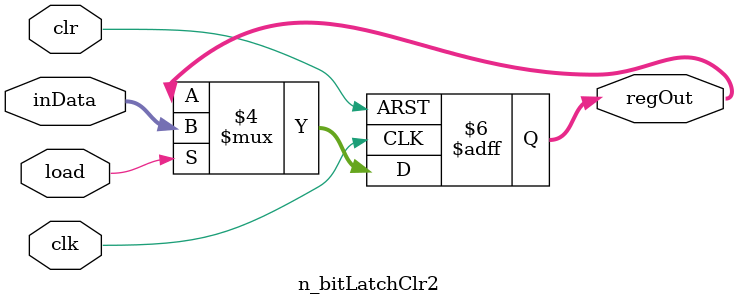
<source format=v>
/************************************************************************
*   FILE:   n_bitLatchClr.v     TFOX    Feb. 20, 2023   Ver. 0.1        *
*   This is a simple n-bit Transparent latch, no clock with clear       *
************************************************************************/

module n_bitLatchClr2
#(
    parameter N = 7)
    (input  clk,
     input  load,               // out = in if THIS is high
                                // out = LATCHED in if load LOW
     input clr,
     input  [N-1:0] inData,
     output reg [N-1:0] regOut
     );
     
always @(posedge clk or negedge clr)
    begin 
        if(!clr)
        regOut <= 'd0;
     else if (load)
        regOut <= inData;
     else
        regOut <= regOut;
    end
        
endmodule


</source>
